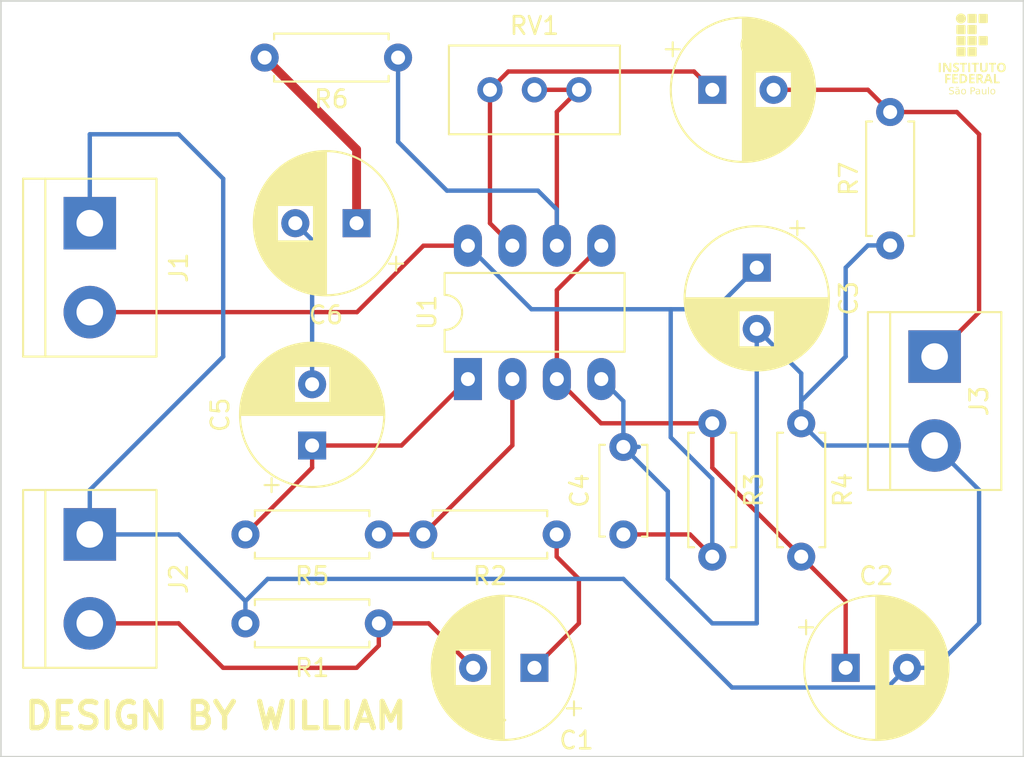
<source format=kicad_pcb>
(kicad_pcb (version 20211014) (generator pcbnew)
  (layers (0 "F.Cu" signal) (31 "B.Cu" signal) (34 "B.Paste" user) (35 "F.Paste" user) (36 "B.SilkS" user "B.Silkscreen") (37 "F.SilkS" user "F.Silkscreen") (38 "B.Mask" user) (39 "F.Mask" user) (44 "Edge.Cuts" user))
  (net 0 "")
  (net 1 "Net-(C1-Pad1)")
  (net 2 "Net-(C1-Pad2)")
  (net 3 "Net-(C2-Pad1)")
  (net 4 "GND")
  (net 5 "+12V")
  (net 6 "Net-(C5-Pad1)")
  (net 7 "Net-(C5-Pad2)")
  (net 8 "Net-(C6-Pad1)")
  (net 9 "Net-(C7-Pad1)")
  (net 10 "Net-(C7-Pad2)")
  (net 11 "Net-(R2-Pad2)")
  (net 12 "Net-(R6-Pad1)")
  (footprint "Resistor_THT:R_Axial_DIN0207_L6.3mm_D2.5mm_P7.62mm_Horizontal" (layer "F.Cu") (at 153.67 91.44 180)
    (fp_text reference "R2" (at 3.81 -2.37) (layer "F.SilkS"))
    (fp_text value "100K")
    (pad "1" thru_hole circle (at 0 0 180) (size 1.6 1.6) (drill 0.8) (layers *.Cu *.Mask) (net 1 "Net-(C1-Pad1)"))
    (pad "2" thru_hole oval (at 7.62 0 180) (size 1.6 1.6) (drill 0.8) (layers *.Cu *.Mask) (net 11 "Net-(R2-Pad2)"))
  )
  (footprint "Resistor_THT:R_Axial_DIN0207_L6.3mm_D2.5mm_P7.62mm_Horizontal" (layer "F.Cu") (at 143.51 91.44 180)
    (fp_text reference "R5" (at 3.81 -2.37) (layer "F.SilkS"))
    (fp_text value "100K")
    (pad "1" thru_hole circle (at 0 0 180) (size 1.6 1.6) (drill 0.8) (layers *.Cu *.Mask) (net 11 "Net-(R2-Pad2)"))
    (pad "2" thru_hole oval (at 7.62 0 180) (size 1.6 1.6) (drill 0.8) (layers *.Cu *.Mask) (net 6 "Net-(C5-Pad1)"))
  )
  (footprint "Resistor_THT:R_Axial_DIN0207_L6.3mm_D2.5mm_P7.62mm_Horizontal" (layer "F.Cu") (at 167.64 85.09 -90)
    (fp_text reference "R4" (at 3.81 -2.37 90) (layer "F.SilkS"))
    (fp_text value "100K")
    (pad "1" thru_hole circle (at 0 0 270) (size 1.6 1.6) (drill 0.8) (layers *.Cu *.Mask) (net 4 "GND"))
    (pad "2" thru_hole oval (at 7.62 0 270) (size 1.6 1.6) (drill 0.8) (layers *.Cu *.Mask) (net 3 "Net-(C2-Pad1)"))
  )
  (footprint "TerminalBlock:TerminalBlock_bornier-2_P5.08mm" (layer "F.Cu") (at 127 91.44 -90)
    (fp_text reference "J2" (at 2.54 -5.08 90) (layer "F.SilkS"))
    (fp_text value "IN_MIC")
    (pad "1" thru_hole rect (at 0 0 270) (size 3 3) (drill 1.52) (layers *.Cu *.Mask) (net 4 "GND"))
    (pad "2" thru_hole circle (at 5.08 0 270) (size 3 3) (drill 1.52) (layers *.Cu *.Mask) (net 2 "Net-(C1-Pad2)"))
  )
  (footprint "Package_DIP:DIP-8_W7.62mm_LongPads" (layer "F.Cu") (at 148.6 82.565 90)
    (fp_text reference "U1" (at 3.81 -2.33 90) (layer "F.SilkS"))
    (fp_text value "LM358")
    (pad "1" thru_hole rect (at 0 0 90) (size 2.4 1.6) (drill 0.8) (layers *.Cu *.Mask) (net 6 "Net-(C5-Pad1)"))
    (pad "2" thru_hole oval (at 0 2.54 90) (size 2.4 1.6) (drill 0.8) (layers *.Cu *.Mask) (net 11 "Net-(R2-Pad2)"))
    (pad "3" thru_hole oval (at 0 5.08 90) (size 2.4 1.6) (drill 0.8) (layers *.Cu *.Mask) (net 3 "Net-(C2-Pad1)"))
    (pad "4" thru_hole oval (at 0 7.62 90) (size 2.4 1.6) (drill 0.8) (layers *.Cu *.Mask) (net 4 "GND"))
    (pad "5" thru_hole oval (at 7.62 7.62 90) (size 2.4 1.6) (drill 0.8) (layers *.Cu *.Mask) (net 3 "Net-(C2-Pad1)"))
    (pad "6" thru_hole oval (at 7.62 5.08 90) (size 2.4 1.6) (drill 0.8) (layers *.Cu *.Mask) (net 12 "Net-(R6-Pad1)"))
    (pad "7" thru_hole oval (at 7.62 2.54 90) (size 2.4 1.6) (drill 0.8) (layers *.Cu *.Mask) (net 9 "Net-(C7-Pad1)"))
    (pad "8" thru_hole oval (at 7.62 0 90) (size 2.4 1.6) (drill 0.8) (layers *.Cu *.Mask) (net 5 "+12V"))
  )
  (footprint "Potentiometer_THT:Potentiometer_Bourns_3296W_Vertical" (layer "F.Cu") (at 154.94 66.04)
    (fp_text reference "RV1" (at -2.54 -3.66) (layer "F.SilkS"))
    (fp_text value "220K")
    (pad "1" thru_hole circle (at 0 0) (size 1.44 1.44) (drill 0.8) (layers *.Cu *.Mask) (net 12 "Net-(R6-Pad1)"))
    (pad "2" thru_hole circle (at -2.54 0) (size 1.44 1.44) (drill 0.8) (layers *.Cu *.Mask) (net 12 "Net-(R6-Pad1)"))
    (pad "3" thru_hole circle (at -5.08 0) (size 1.44 1.44) (drill 0.8) (layers *.Cu *.Mask) (net 9 "Net-(C7-Pad1)"))
  )
  (footprint "Resistor_THT:R_Axial_DIN0207_L6.3mm_D2.5mm_P7.62mm_Horizontal" (layer "F.Cu") (at 144.61 64.2 180)
    (fp_text reference "R6" (at 3.81 -2.37) (layer "F.SilkS"))
    (fp_text value "2K2")
    (pad "1" thru_hole circle (at 0 0 180) (size 1.6 1.6) (drill 0.8) (layers *.Cu *.Mask) (net 12 "Net-(R6-Pad1)"))
    (pad "2" thru_hole oval (at 7.62 0 180) (size 1.6 1.6) (drill 0.8) (layers *.Cu *.Mask) (net 8 "Net-(C6-Pad1)"))
  )
  (footprint "Capacitor_THT:CP_Radial_D8.0mm_P3.50mm" (layer "F.Cu") (at 139.7 86.36 90)
    (fp_text reference "C5" (at 1.75 -5.25 90) (layer "F.SilkS"))
    (fp_text value "10uF")
    (pad "1" thru_hole rect (at 0 0 90) (size 1.6 1.6) (drill 0.8) (layers *.Cu *.Mask) (net 6 "Net-(C5-Pad1)"))
    (pad "2" thru_hole circle (at 3.5 0 90) (size 1.6 1.6) (drill 0.8) (layers *.Cu *.Mask) (net 7 "Net-(C5-Pad2)"))
  )
  (footprint "Capacitor_THT:CP_Radial_D8.0mm_P3.50mm" (layer "F.Cu") (at 162.56 66.04)
    (fp_text reference "C7" (at 2.471 -2.5285) (layer "F.SilkS"))
    (fp_text value "10uF")
    (pad "1" thru_hole rect (at 0 0) (size 1.6 1.6) (drill 0.8) (layers *.Cu *.Mask) (net 9 "Net-(C7-Pad1)"))
    (pad "2" thru_hole circle (at 3.5 0) (size 1.6 1.6) (drill 0.8) (layers *.Cu *.Mask) (net 10 "Net-(C7-Pad2)"))
  )
  (footprint "Capacitor_THT:CP_Radial_D8.0mm_P3.50mm" (layer "F.Cu") (at 170.18 99.06)
    (fp_text reference "C2" (at 1.75 -5.25) (layer "F.SilkS"))
    (fp_text value "10uF")
    (pad "1" thru_hole rect (at 0 0) (size 1.6 1.6) (drill 0.8) (layers *.Cu *.Mask) (net 3 "Net-(C2-Pad1)"))
    (pad "2" thru_hole circle (at 3.5 0) (size 1.6 1.6) (drill 0.8) (layers *.Cu *.Mask) (net 4 "GND"))
  )
  (footprint "Resistor_THT:R_Axial_DIN0207_L6.3mm_D2.5mm_P7.62mm_Horizontal" (layer "F.Cu") (at 135.89 96.52)
    (fp_text reference "R1" (at 3.81 2.54) (layer "F.SilkS"))
    (fp_text value "100K")
    (pad "1" thru_hole circle (at 0 0) (size 1.6 1.6) (drill 0.8) (layers *.Cu *.Mask) (net 4 "GND"))
    (pad "2" thru_hole oval (at 7.62 0) (size 1.6 1.6) (drill 0.8) (layers *.Cu *.Mask) (net 2 "Net-(C1-Pad2)"))
  )
  (footprint "Source_Project:logo_ifsp" (layer "F.Cu") (at 177.4 64)
    (fp_text reference "G***" hide)
    (fp_text value "LOGO" hide)
  )
  (footprint "Capacitor_THT:CP_Radial_D8.0mm_P3.50mm" (layer "F.Cu") (at 142.24 73.66 180)
    (fp_text reference "C6" (at 1.75 -5.25) (layer "F.SilkS"))
    (fp_text value "10uF")
    (pad "1" thru_hole rect (at 0 0 180) (size 1.6 1.6) (drill 0.8) (layers *.Cu *.Mask) (net 8 "Net-(C6-Pad1)"))
    (pad "2" thru_hole circle (at 3.5 0 180) (size 1.6 1.6) (drill 0.8) (layers *.Cu *.Mask) (net 7 "Net-(C5-Pad2)"))
  )
  (footprint "TerminalBlock:TerminalBlock_bornier-2_P5.08mm" (layer "F.Cu") (at 175.26 81.28 -90)
    (fp_text reference "J3" (at 2.54 -2.54 90) (layer "F.SilkS"))
    (fp_text value "OUT_MIC")
    (pad "1" thru_hole rect (at 0 0 270) (size 3 3) (drill 1.52) (layers *.Cu *.Mask) (net 10 "Net-(C7-Pad2)"))
    (pad "2" thru_hole circle (at 5.08 0 270) (size 3 3) (drill 1.52) (layers *.Cu *.Mask) (net 4 "GND"))
  )
  (footprint "Capacitor_THT:CP_Radial_D8.0mm_P3.50mm" (layer "F.Cu") (at 165.1 76.2 -90)
    (fp_text reference "C3" (at 1.75 -5.25 90) (layer "F.SilkS"))
    (fp_text value "470uF")
    (pad "1" thru_hole rect (at 0 0 270) (size 1.6 1.6) (drill 0.8) (layers *.Cu *.Mask) (net 5 "+12V"))
    (pad "2" thru_hole circle (at 3.5 0 270) (size 1.6 1.6) (drill 0.8) (layers *.Cu *.Mask) (net 4 "GND"))
  )
  (footprint "Capacitor_THT:CP_Radial_D8.0mm_P3.50mm" (layer "F.Cu") (at 152.4 99.06 180)
    (fp_text reference "C1" (at 2.471 -2.5285) (layer "F.SilkS"))
    (fp_text value "10uF")
    (fp_text user "${REFERENCE}" (at -2.4 -4.14) (layer "F.SilkS"))
    (pad "1" thru_hole rect (at 0 0 180) (size 1.6 1.6) (drill 0.8) (layers *.Cu *.Mask) (net 1 "Net-(C1-Pad1)"))
    (pad "2" thru_hole circle (at 3.5 0 180) (size 1.6 1.6) (drill 0.8) (layers *.Cu *.Mask) (net 2 "Net-(C1-Pad2)"))
  )
  (footprint "Resistor_THT:R_Axial_DIN0207_L6.3mm_D2.5mm_P7.62mm_Horizontal" (layer "F.Cu") (at 172.72 74.93 90)
    (fp_text reference "R7" (at 3.81 -2.37 90) (layer "F.SilkS"))
    (fp_text value "100K")
    (pad "1" thru_hole circle (at 0 0 90) (size 1.6 1.6) (drill 0.8) (layers *.Cu *.Mask) (net 4 "GND"))
    (pad "2" thru_hole oval (at 7.62 0 90) (size 1.6 1.6) (drill 0.8) (layers *.Cu *.Mask) (net 10 "Net-(C7-Pad2)"))
  )
  (footprint "Resistor_THT:R_Axial_DIN0207_L6.3mm_D2.5mm_P7.62mm_Horizontal" (layer "F.Cu") (at 162.56 85.09 -90)
    (fp_text reference "R3" (at 3.81 -2.37 90) (layer "F.SilkS"))
    (fp_text value "100K")
    (pad "1" thru_hole circle (at 0 0 270) (size 1.6 1.6) (drill 0.8) (layers *.Cu *.Mask) (net 3 "Net-(C2-Pad1)"))
    (pad "2" thru_hole oval (at 7.62 0 270) (size 1.6 1.6) (drill 0.8) (layers *.Cu *.Mask) (net 5 "+12V"))
  )
  (footprint "Capacitor_THT:C_Disc_D5.0mm_W2.5mm_P5.00mm" (layer "F.Cu") (at 157.48 91.44 90)
    (fp_text reference "C4" (at 2.5 -2.5 90) (layer "F.SilkS"))
    (fp_text value "100nF")
    (pad "1" thru_hole circle (at 0 0 90) (size 1.6 1.6) (drill 0.8) (layers *.Cu *.Mask) (net 5 "+12V"))
    (pad "2" thru_hole circle (at 5 0 90) (size 1.6 1.6) (drill 0.8) (layers *.Cu *.Mask) (net 4 "GND"))
  )
  (footprint "TerminalBlock:TerminalBlock_bornier-2_P5.08mm" (layer "F.Cu") (at 127 73.66 -90)
    (fp_text reference "J1" (at 2.54 -5.08 90) (layer "F.SilkS"))
    (fp_text value "VCC")
    (pad "1" thru_hole rect (at 0 0 270) (size 3 3) (drill 1.52) (layers *.Cu *.Mask) (net 4 "GND"))
    (pad "2" thru_hole circle (at 5.08 0 270) (size 3 3) (drill 1.52) (layers *.Cu *.Mask) (net 5 "+12V"))
  )
  (gr_rect (start 180.34 104.14) (end 121.92 60.96) (layer "Edge.Cuts") (width 0.1) (fill none))
  (gr_text "DESIGN BY WILLIAM" (at 134.2 101.8) (layer "F.SilkS") (effects (font (size 1.5 1.5) (thickness 0.3))))
  (segment (start 153.67 92.71) (end 153.67 91.44) (width 0.25) (layer "F.Cu") (net 1))
  (segment (start 152.4 99.06) (end 154.94 96.52) (width 0.25) (layer "F.Cu") (net 1))
  (segment (start 154.94 93.98) (end 153.67 92.71) (width 0.25) (layer "F.Cu") (net 1))
  (segment (start 154.94 96.52) (end 154.94 93.98) (width 0.25) (layer "F.Cu") (net 1))
  (segment (start 134.617544 99.06) (end 142.24 99.06) (width 0.25) (layer "F.Cu") (net 2))
  (segment (start 143.51 97.79) (end 143.51 96.52) (width 0.25) (layer "F.Cu") (net 2))
  (segment (start 143.51 96.52) (end 146.36 96.52) (width 0.25) (layer "F.Cu") (net 2))
  (segment (start 127 96.52) (end 132.077544 96.52) (width 0.25) (layer "F.Cu") (net 2))
  (segment (start 146.36 96.52) (end 148.9 99.06) (width 0.25) (layer "F.Cu") (net 2))
  (segment (start 142.24 99.06) (end 143.51 97.79) (width 0.25) (layer "F.Cu") (net 2))
  (segment (start 132.077544 96.52) (end 134.617544 99.06) (width 0.25) (layer "F.Cu") (net 2))
  (segment (start 153.68 82.565) (end 153.68 77.485) (width 0.25) (layer "F.Cu") (net 3))
  (segment (start 170.18 99.06) (end 170.18 95.25) (width 0.25) (layer "F.Cu") (net 3))
  (segment (start 170.18 95.25) (end 167.64 92.71) (width 0.25) (layer "F.Cu") (net 3))
  (segment (start 156.205 85.09) (end 162.56 85.09) (width 0.25) (layer "F.Cu") (net 3))
  (segment (start 162.56 85.09) (end 162.56 87.63) (width 0.25) (layer "F.Cu") (net 3))
  (segment (start 162.56 87.63) (end 167.64 92.71) (width 0.25) (layer "F.Cu") (net 3))
  (segment (start 153.68 77.485) (end 156.22 74.945) (width 0.25) (layer "F.Cu") (net 3))
  (segment (start 153.68 82.565) (end 156.205 85.09) (width 0.25) (layer "F.Cu") (net 3))
  (segment (start 132.08 68.58) (end 127 68.58) (width 0.25) (layer "B.Cu") (net 4))
  (segment (start 160.02 93.98) (end 160.02 88.98) (width 0.25) (layer "B.Cu") (net 4))
  (segment (start 132.08 91.44) (end 135.89 95.25) (width 0.25) (layer "B.Cu") (net 4))
  (segment (start 168.91 86.36) (end 167.64 85.09) (width 0.25) (layer "B.Cu") (net 4))
  (segment (start 167.64 85.09) (end 167.64 82.24) (width 0.25) (layer "B.Cu") (net 4))
  (segment (start 158.36 86.44) (end 157.48 86.44) (width 0.25) (layer "B.Cu") (net 4))
  (segment (start 157.48 86.44) (end 157.48 83.825) (width 0.25) (layer "B.Cu") (net 4))
  (segment (start 175.26 99.06) (end 177.8 96.52) (width 0.25) (layer "B.Cu") (net 4))
  (segment (start 170.18 81.28) (end 167.64 83.82) (width 0.25) (layer "B.Cu") (net 4))
  (segment (start 134.62 71.12) (end 132.08 68.58) (width 0.25) (layer "B.Cu") (net 4))
  (segment (start 165.1 96.52) (end 162.56 96.52) (width 0.25) (layer "B.Cu") (net 4))
  (segment (start 134.62 81.28) (end 134.62 71.12) (width 0.25) (layer "B.Cu") (net 4))
  (segment (start 135.89 95.25) (end 137.16 93.98) (width 0.25) (layer "B.Cu") (net 4))
  (segment (start 127 91.44) (end 127 88.9) (width 0.25) (layer "B.Cu") (net 4))
  (segment (start 137.16 93.98) (end 157.48 93.98) (width 0.25) (layer "B.Cu") (net 4))
  (segment (start 171.45 74.93) (end 170.18 76.2) (width 0.25) (layer "B.Cu") (net 4))
  (segment (start 167.64 82.24) (end 165.1 79.7) (width 0.25) (layer "B.Cu") (net 4))
  (segment (start 157.48 83.825) (end 156.22 82.565) (width 0.25) (layer "B.Cu") (net 4))
  (segment (start 177.8 88.9) (end 175.26 86.36) (width 0.25) (layer "B.Cu") (net 4))
  (segment (start 127 88.9) (end 134.62 81.28) (width 0.25) (layer "B.Cu") (net 4))
  (segment (start 165.1 79.7) (end 165.1 96.52) (width 0.25) (layer "B.Cu") (net 4))
  (segment (start 167.64 83.82) (end 167.64 85.09) (width 0.25) (layer "B.Cu") (net 4))
  (segment (start 172.555 100.185) (end 173.68 99.06) (width 0.25) (layer "B.Cu") (net 4))
  (segment (start 177.8 96.52) (end 177.8 88.9) (width 0.25) (layer "B.Cu") (net 4))
  (segment (start 127 68.58) (end 127 73.66) (width 0.25) (layer "B.Cu") (net 4))
  (segment (start 157.48 93.98) (end 163.685 100.185) (width 0.25) (layer "B.Cu") (net 4))
  (segment (start 173.68 99.06) (end 175.26 99.06) (width 0.25) (layer "B.Cu") (net 4))
  (segment (start 162.56 96.52) (end 160.02 93.98) (width 0.25) (layer "B.Cu") (net 4))
  (segment (start 160.02 88.98) (end 157.48 86.44) (width 0.25) (layer "B.Cu") (net 4))
  (segment (start 175.26 86.36) (end 168.91 86.36) (width 0.25) (layer "B.Cu") (net 4))
  (segment (start 135.89 95.25) (end 135.89 96.52) (width 0.25) (layer "B.Cu") (net 4))
  (segment (start 127 91.44) (end 132.08 91.44) (width 0.25) (layer "B.Cu") (net 4))
  (segment (start 163.685 100.185) (end 172.555 100.185) (width 0.25) (layer "B.Cu") (net 4))
  (segment (start 170.18 76.2) (end 170.18 81.28) (width 0.25) (layer "B.Cu") (net 4))
  (segment (start 172.72 74.93) (end 171.45 74.93) (width 0.25) (layer "B.Cu") (net 4))
  (segment (start 127 78.74) (end 142.265 78.74) (width 0.25) (layer "F.Cu") (net 5))
  (segment (start 146.06 74.945) (end 148.6 74.945) (width 0.25) (layer "F.Cu") (net 5))
  (segment (start 161.29 91.44) (end 162.56 92.71) (width 0.25) (layer "F.Cu") (net 5))
  (segment (start 157.48 91.44) (end 161.29 91.44) (width 0.25) (layer "F.Cu") (net 5))
  (segment (start 142.265 78.74) (end 146.06 74.945) (width 0.25) (layer "F.Cu") (net 5))
  (segment (start 162.56 88.268604) (end 160.185 85.893604) (width 0.25) (layer "B.Cu") (net 5))
  (segment (start 152.23 78.575) (end 160.185 78.575) (width 0.25) (layer "B.Cu") (net 5))
  (segment (start 148.6 74.945) (end 152.23 78.575) (width 0.25) (layer "B.Cu") (net 5))
  (segment (start 162.56 92.71) (end 162.56 88.268604) (width 0.25) (layer "B.Cu") (net 5))
  (segment (start 160.185 85.893604) (end 160.185 78.575) (width 0.25) (layer "B.Cu") (net 5))
  (segment (start 162.725 78.575) (end 165.1 76.2) (width 0.25) (layer "B.Cu") (net 5))
  (segment (start 160.185 78.575) (end 162.725 78.575) (width 0.25) (layer "B.Cu") (net 5))
  (segment (start 139.7 86.36) (end 144.805 86.36) (width 0.25) (layer "F.Cu") (net 6))
  (segment (start 139.7 86.36) (end 139.7 87.63) (width 0.25) (layer "F.Cu") (net 6))
  (segment (start 144.805 86.36) (end 148.6 82.565) (width 0.25) (layer "F.Cu") (net 6))
  (segment (start 139.7 87.63) (end 135.89 91.44) (width 0.25) (layer "F.Cu") (net 6))
  (segment (start 139.7 82.86) (end 139.7 74.62) (width 0.25) (layer "B.Cu") (net 7))
  (segment (start 139.7 74.62) (end 138.74 73.66) (width 0.25) (layer "B.Cu") (net 7))
  (segment (start 142.24 73.66) (end 142.24 69.45) (width 0.508) (layer "F.Cu") (net 8))
  (segment (start 142.24 69.45) (end 136.99 64.2) (width 0.508) (layer "F.Cu") (net 8))
  (segment (start 149.86 66.04) (end 149.86 73.665) (width 0.25) (layer "F.Cu") (net 9))
  (segment (start 150.905 64.995) (end 149.86 66.04) (width 0.25) (layer "F.Cu") (net 9))
  (segment (start 161.515 64.995) (end 150.905 64.995) (width 0.25) (layer "F.Cu") (net 9))
  (segment (start 149.86 73.665) (end 151.14 74.945) (width 0.25) (layer "F.Cu") (net 9))
  (segment (start 162.56 66.04) (end 161.515 64.995) (width 0.25) (layer "F.Cu") (net 9))
  (segment (start 172.72 67.31) (end 176.53 67.31) (width 0.25) (layer "F.Cu") (net 10))
  (segment (start 176.53 67.31) (end 177.8 68.58) (width 0.25) (layer "F.Cu") (net 10))
  (segment (start 171.45 66.04) (end 172.72 67.31) (width 0.25) (layer "F.Cu") (net 10))
  (segment (start 166.06 66.04) (end 171.45 66.04) (width 0.25) (layer "F.Cu") (net 10))
  (segment (start 177.8 78.74) (end 175.26 81.28) (width 0.25) (layer "F.Cu") (net 10))
  (segment (start 177.8 68.58) (end 177.8 78.74) (width 0.25) (layer "F.Cu") (net 10))
  (segment (start 151.14 86.35) (end 146.05 91.44) (width 0.25) (layer "F.Cu") (net 11))
  (segment (start 146.05 91.44) (end 143.51 91.44) (width 0.25) (layer "F.Cu") (net 11))
  (segment (start 151.14 82.565) (end 151.14 86.35) (width 0.25) (layer "F.Cu") (net 11))
  (segment (start 153.68 67.3) (end 154.94 66.04) (width 0.25) (layer "F.Cu") (net 12))
  (segment (start 153.68 74.945) (end 153.68 67.3) (width 0.25) (layer "F.Cu") (net 12))
  (segment (start 154.94 66.04) (end 152.4 66.04) (width 0.25) (layer "F.Cu") (net 12))
  (segment (start 153.68 72.88) (end 152.6 71.8) (width 0.25) (layer "B.Cu") (net 12))
  (segment (start 147.4 71.8) (end 144.61 69.01) (width 0.25) (layer "B.Cu") (net 12))
  (segment (start 152.6 71.8) (end 147.4 71.8) (width 0.25) (layer "B.Cu") (net 12))
  (segment (start 153.68 74.945) (end 153.68 72.88) (width 0.25) (layer "B.Cu") (net 12))
  (segment (start 144.61 69.01) (end 144.61 64.2) (width 0.25) (layer "B.Cu") (net 12))
)
</source>
